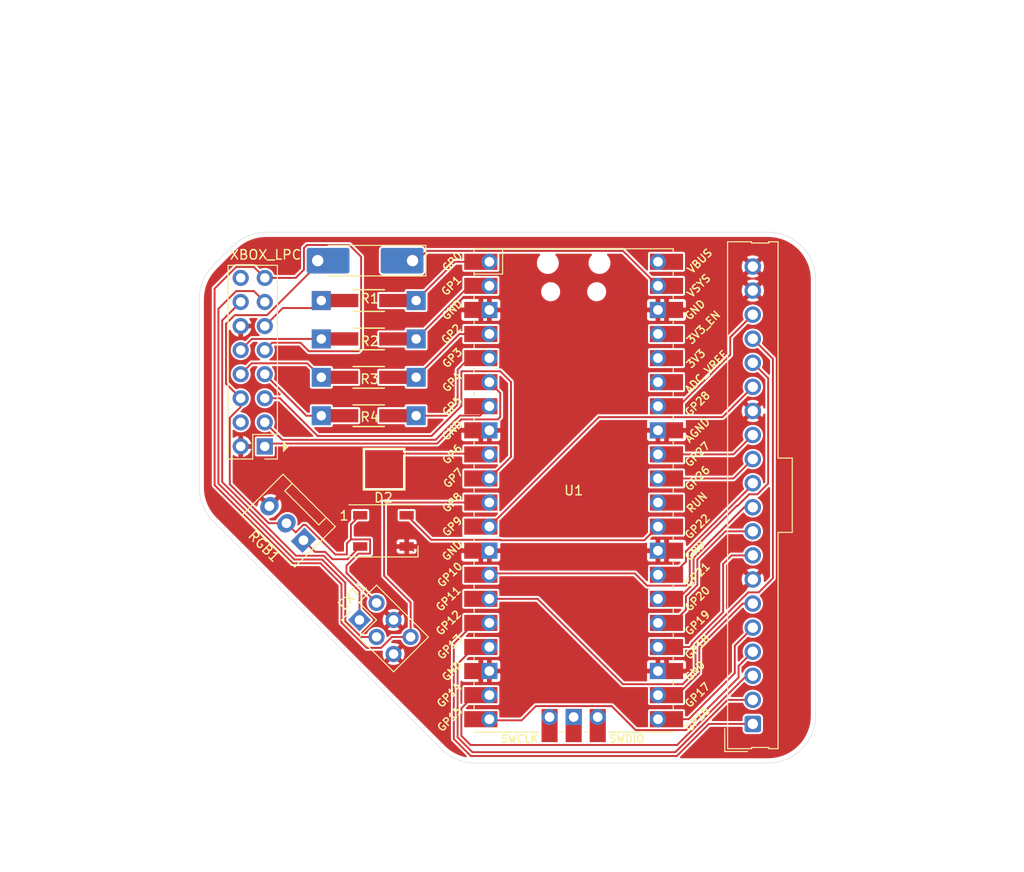
<source format=kicad_pcb>
(kicad_pcb (version 20240108) (generator "pcbnew") (generator_version "8.0")
  (title_block (title "Pico ModXo") (rev "1.0"))
  (layers (0 "F.Cu" signal) (31 "B.Cu" signal) (34 "B.Paste" user) (35 "F.Paste" user) (36 "B.SilkS" user "B.Silkscreen") (37 "F.SilkS" user "F.Silkscreen") (38 "B.Mask" user) (39 "F.Mask" user) (44 "Edge.Cuts" user))
  (net 0 "")
  (net 1 "Net-(D0-Pin_1)")
  (net 2 "LPC_5V")
  (net 3 "RGBDI")
  (net 4 "Net-(D2-DOUT)")
  (net 5 "LSDA")
  (net 6 "+3.3V")
  (net 7 "LSCL")
  (net 8 "GND")
  (net 9 "+5V")
  (net 10 "GPIO11")
  (net 11 "EXT_I2C0_SDA")
  (net 12 "DISPLAY_CONTRAST")
  (net 13 "SD_SPI1_CS")
  (net 14 "UART_TX")
  (net 15 "SD_SPI1_SCK")
  (net 16 "GPIO28")
  (net 17 "EXT_I2C0_SCL")
  (net 18 "Net-(U1-GPIO0)")
  (net 19 "Net-(U1-GPIO1)")
  (net 20 "Net-(U1-GPIO2)")
  (net 21 "Net-(U1-GPIO3)")
  (net 22 "SD_SPI1_MOSI")
  (net 23 "SD_SPI1_MISO")
  (net 24 "DISPLAY_I2C1_SDA")
  (net 25 "GPIO9")
  (net 26 "DISPLAY_BRIGHTNESS")
  (net 27 "GPIO10")
  (net 28 "DISPLAY_I2C1_SCL")
  (net 29 "UART_RX")
  (net 30 "LAD0")
  (net 31 "LAD1")
  (net 32 "LAD2")
  (net 33 "LAD3")
  (net 34 "LRESET")
  (net 35 "LFRAME")
  (net 36 "LCLK")
  (footprint "Diode_SMD:D_MELF-RM10_Universal_Handsoldering" (layer "F.Cu") (at 128.5 39.5 180)
    (property "Reference" "D1" (hide yes))
    (property "Value" "RB551VM-30TE-17" (hide yes))
    (pad "1" thru_hole roundrect (at -5 0 180) (size 4.5 2.7) (drill 1.19888 (offset 1.1 0)) (layers "*.Cu" "*.Mask") (roundrect_rratio 0.0925925926) (net 9 "+5V"))
    (pad "2" thru_hole roundrect (at 5 0) (size 4.5 2.7) (drill 1.19888 (offset 1.1 0)) (layers "*.Cu" "*.Mask") (roundrect_rratio 0.0925925926) (net 2 "LPC_5V"))
  )
  (footprint "TestPoint:TestPoint_Pad_4.0x4.0mm" (layer "F.Cu") (at 130.5 61.5)
    (property "Reference" "D0" (hide yes))
    (property "Value" "D0 (V1.0-V1.5)")
    (pad "1" smd rect (at 0 0) (size 4 4) (layers "F.Cu" "F.Mask") (net 1 "Net-(D0-Pin_1)"))
  )
  (footprint "LED_SMD:LED_WS2812B_PLCC4_5.0x5.0mm_P3.2mm" (layer "F.Cu") (at 130.43 68.01)
    (property "Reference" "D2" (at 0 -3.5 0) (layer "F.SilkS"))
    (property "Value" "WS2812B")
    (fp_text user "1" (at -4.15 -1.6 0) (layer "F.SilkS"))
    (pad "1" smd rect (at -2.45 -1.65) (size 1.5 0.9) (layers "F.Cu" "F.Paste" "F.Mask") (net 2 "LPC_5V"))
    (pad "2" smd rect (at -2.45 1.65) (size 1.5 0.9) (layers "F.Cu" "F.Paste" "F.Mask") (net 4 "Net-(D2-DOUT)"))
    (pad "3" smd rect (at 2.45 1.65) (size 1.5 0.9) (layers "F.Cu" "F.Paste" "F.Mask") (net 8 "GND"))
    (pad "4" smd rect (at 2.45 -1.65) (size 1.5 0.9) (layers "F.Cu" "F.Paste" "F.Mask") (net 3 "RGBDI"))
  )
  (footprint "xbox_lpc:xbox_lpc" (layer "F.Cu") (at 117.88 59.13)
    (property "Reference" "J1" (hide yes))
    (property "Value" "XBOX_LPC" (at 0.12 -20.25 0) (layer "F.SilkS"))
    (pad "1" thru_hole rect (at 0.04 -0.03) (size 1.7 1.7) (drill 1) (layers "*.Cu" "*.Mask") (net 36 "LCLK"))
    (pad "2" thru_hole oval (at -2.5 -0.03) (size 1.7 1.7) (drill 1) (layers "*.Cu" "*.Mask") (net 8 "GND"))
    (pad "3" thru_hole oval (at 0.04 -2.57) (size 1.7 1.7) (drill 1) (layers "*.Cu" "*.Mask") (net 35 "LFRAME"))
    (pad "4" thru_hole oval (at -2.5 -2.57) (size 1.7 1.7) (drill 1) (layers "*.Cu" "*.Mask"))
    (pad "5" thru_hole oval (at 0.04 -5.11) (size 1.7 1.7) (drill 1) (layers "*.Cu" "*.Mask") (net 34 "LRESET"))
    (pad "6" thru_hole oval (at -2.5 -5.11) (size 1.7 1.7) (drill 1) (layers "*.Cu" "*.Mask") (net 2 "LPC_5V"))
    (pad "7" thru_hole oval (at 0.04 -7.65) (size 1.7 1.7) (drill 1) (layers "*.Cu" "*.Mask") (net 33 "LAD3"))
    (pad "8" thru_hole oval (at -2.5 -7.65) (size 1.7 1.7) (drill 1) (layers "*.Cu" "*.Mask") (net 32 "LAD2"))
    (pad "9" thru_hole oval (at 0.04 -10.19) (size 1.7 1.7) (drill 1) (layers "*.Cu" "*.Mask") (net 6 "+3.3V"))
    (pad "10" thru_hole oval (at -2.5 -10.19) (size 1.7 1.7) (drill 1) (layers "*.Cu" "*.Mask") (net 31 "LAD1"))
    (pad "11" thru_hole oval (at 0.04 -12.73) (size 1.7 1.7) (drill 1) (layers "*.Cu" "*.Mask") (net 30 "LAD0"))
    (pad "12" thru_hole oval (at -2.5 -12.73) (size 1.7 1.7) (drill 1) (layers "*.Cu" "*.Mask") (net 8 "GND"))
    (pad "13" thru_hole oval (at 0.04 -15.27) (size 1.7 1.7) (drill 1) (layers "*.Cu" "*.Mask") (net 7 "LSCL"))
    (pad "14" thru_hole oval (at -2.5 -15.27) (size 1.7 1.7) (drill 1) (layers "*.Cu" "*.Mask") (net 5 "LSDA"))
    (pad "15" thru_hole oval (at 0.04 -17.81) (size 1.7 1.7) (drill 1) (layers "*.Cu" "*.Mask") (net 6 "+3.3V"))
    (pad "16" thru_hole oval (at -2.5 -17.81) (size 1.7 1.7) (drill 1) (layers "*.Cu" "*.Mask"))
  )
  (footprint "MCU_RaspberryPi_and_Boards:RPi_Pico_SMD_TH" (layer "F.Cu") (at 150.49 63.75)
    (property "Reference" "U1" (at 0 0 0) (layer "F.SilkS"))
    (property "Value" "Pico")
    (fp_text user "SWCLK" (at -5.7 26.2 0) (layer "F.SilkS") (effects (font (size 0.8 0.8))))
    (fp_text user "GP14" (at -13.1 21.59 45) (layer "F.SilkS") (effects (font (size 0.8 0.8))))
    (fp_text user "GP6" (at -12.8 -3.81 45) (layer "F.SilkS") (effects (font (size 0.8 0.8))))
    (fp_text user "GP13" (at -13.054 16.51 45) (layer "F.SilkS") (effects (font (size 0.8 0.8))))
    (fp_text user "GND" (at 12.8 -19.05 45) (layer "F.SilkS") (effects (font (size 0.8 0.8))))
    (fp_text user "3V3_EN" (at 13.7 -17.2 45) (layer "F.SilkS") (effects (font (size 0.8 0.8))))
    (fp_text user "GP28" (at 13.054 -9.144 45) (layer "F.SilkS") (effects (font (size 0.8 0.8))))
    (fp_text user "GP18" (at 13.054 16.51 45) (layer "F.SilkS") (effects (font (size 0.8 0.8))))
    (fp_text user "GP9" (at -12.8 3.81 45) (layer "F.SilkS") (effects (font (size 0.8 0.8))))
    (fp_text user "GP5" (at -12.8 -8.89 45) (layer "F.SilkS") (effects (font (size 0.8 0.8))))
    (fp_text user "3V3" (at 12.9 -13.9 45) (layer "F.SilkS") (effects (font (size 0.8 0.8))))
    (fp_text user "GP8" (at -12.8 1.27 45) (layer "F.SilkS") (effects (font (size 0.8 0.8))))
    (fp_text user "SWDIO" (at 5.6 26.2 0) (layer "F.SilkS") (effects (font (size 0.8 0.8))))
    (fp_text user "GP3" (at -12.8 -13.97 45) (layer "F.SilkS") (effects (font (size 0.8 0.8))))
    (fp_text user "GP17" (at 13.054 21.59 45) (layer "F.SilkS") (effects (font (size 0.8 0.8))))
    (fp_text user "GND" (at -12.8 6.35 45) (layer "F.SilkS") (effects (font (size 0.8 0.8))))
    (fp_text user "GP10" (at -13.054 8.89 45) (layer "F.SilkS") (effects (font (size 0.8 0.8))))
    (fp_text user "VBUS" (at 13.3 -24.2 45) (layer "F.SilkS") (effects (font (size 0.8 0.8))))
    (fp_text user "GP20" (at 13.054 11.43 45) (layer "F.SilkS") (effects (font (size 0.8 0.8))))
    (fp_text user "AGND" (at 13.054 -6.35 45) (layer "F.SilkS") (effects (font (size 0.8 0.8))))
    (fp_text user "GP11" (at -13.2 11.43 45) (layer "F.SilkS") (effects (font (size 0.8 0.8))))
    (fp_text user "VSYS" (at 13.2 -21.59 45) (layer "F.SilkS") (effects (font (size 0.8 0.8))))
    (fp_text user "GP26" (at 13.054 -1.27 45) (layer "F.SilkS") (effects (font (size 0.8 0.8))))
    (fp_text user "RUN" (at 13 1.27 45) (layer "F.SilkS") (effects (font (size 0.8 0.8))))
    (fp_text user "GP27" (at 13.054 -3.8 45) (layer "F.SilkS") (effects (font (size 0.8 0.8))))
    (fp_text user "GP19" (at 13.054 13.97 45) (layer "F.SilkS") (effects (font (size 0.8 0.8))))
    (fp_text user "GP2" (at -12.9 -16.51 45) (layer "F.SilkS") (effects (font (size 0.8 0.8))))
    (fp_text user "GP4" (at -12.8 -11.43 45) (layer "F.SilkS") (effects (font (size 0.8 0.8))))
    (fp_text user "ADC_VREF" (at 14 -12.5 45) (layer "F.SilkS") (effects (font (size 0.8 0.8))))
    (fp_text user "GP16" (at 13.054 24.13 45) (layer "F.SilkS") (effects (font (size 0.8 0.8))))
    (fp_text user "GP7" (at -12.7 -1.3 45) (layer "F.SilkS") (effects (font (size 0.8 0.8))))
    (fp_text user "GP1" (at -12.9 -21.6 45) (layer "F.SilkS") (effects (font (size 0.8 0.8))))
    (fp_text user "GND" (at 12.8 6.35 45) (layer "F.SilkS") (effects (font (size 0.8 0.8))))
    (fp_text user "GND" (at -12.8 -19.05 45) (layer "F.SilkS") (effects (font (size 0.8 0.8))))
    (fp_text user "GND" (at -12.8 19.05 45) (layer "F.SilkS") (effects (font (size 0.8 0.8))))
    (fp_text user "GND" (at 12.8 19.05 45) (layer "F.SilkS") (effects (font (size 0.8 0.8))))
    (fp_text user "GP0" (at -12.8 -24.13 45) (layer "F.SilkS") (effects (font (size 0.8 0.8))))
    (fp_text user "GP15" (at -13.054 24.13 45) (layer "F.SilkS") (effects (font (size 0.8 0.8))))
    (fp_text user "GND" (at -12.8 -6.35 45) (layer "F.SilkS") (effects (font (size 0.8 0.8))))
    (fp_text user "GP21" (at 13.054 8.9 45) (layer "F.SilkS") (effects (font (size 0.8 0.8))))
    (fp_text user "GP22" (at 13.054 3.81 45) (layer "F.SilkS") (effects (font (size 0.8 0.8))))
    (pad "" np_thru_hole oval (at -2.725 -24) (size 1.8 1.8) (drill 1.8) (layers "*.Cu" "*.Mask"))
    (pad "" np_thru_hole oval (at -2.425 -20.97) (size 1.5 1.5) (drill 1.5) (layers "*.Cu" "*.Mask"))
    (pad "" np_thru_hole oval (at 2.425 -20.97) (size 1.5 1.5) (drill 1.5) (layers "*.Cu" "*.Mask"))
    (pad "" np_thru_hole oval (at 2.725 -24) (size 1.8 1.8) (drill 1.8) (layers "*.Cu" "*.Mask"))
    (pad "1" thru_hole oval (at -8.89 -24.13) (size 1.7 1.7) (drill 1.02) (layers "*.Cu" "*.Mask") (net 18 "Net-(U1-GPIO0)"))
    (pad "1" smd rect (at -8.89 -24.13) (size 3.5 1.7) (drill (offset -0.9 0)) (layers "F.Cu" "F.Mask") (net 18 "Net-(U1-GPIO0)"))
    (pad "2" thru_hole oval (at -8.89 -21.59) (size 1.7 1.7) (drill 1.02) (layers "*.Cu" "*.Mask") (net 19 "Net-(U1-GPIO1)"))
    (pad "2" smd rect (at -8.89 -21.59) (size 3.5 1.7) (drill (offset -0.9 0)) (layers "F.Cu" "F.Mask") (net 19 "Net-(U1-GPIO1)"))
    (pad "3" thru_hole rect (at -8.89 -19.05) (size 1.7 1.7) (drill 1.02) (layers "*.Cu" "*.Mask") (net 8 "GND"))
    (pad "3" smd rect (at -8.89 -19.05) (size 3.5 1.7) (drill (offset -0.9 0)) (layers "F.Cu" "F.Mask") (net 8 "GND"))
    (pad "4" thru_hole oval (at -8.89 -16.51) (size 1.7 1.7) (drill 1.02) (layers "*.Cu" "*.Mask") (net 20 "Net-(U1-GPIO2)"))
    (pad "4" smd rect (at -8.89 -16.51) (size 3.5 1.7) (drill (offset -0.9 0)) (layers "F.Cu" "F.Mask") (net 20 "Net-(U1-GPIO2)"))
    (pad "5" thru_hole oval (at -8.89 -13.97) (size 1.7 1.7) (drill 1.02) (layers "*.Cu" "*.Mask") (net 21 "Net-(U1-GPIO3)"))
    (pad "5" smd rect (at -8.89 -13.97) (size 3.5 1.7) (drill (offset -0.9 0)) (layers "F.Cu" "F.Mask") (net 21 "Net-(U1-GPIO3)"))
    (pad "6" thru_hole oval (at -8.89 -11.43) (size 1.7 1.7) (drill 1.02) (layers "*.Cu" "*.Mask") (net 36 "LCLK"))
    (pad "6" smd rect (at -8.89 -11.43) (size 3.5 1.7) (drill (offset -0.9 0)) (layers "F.Cu" "F.Mask") (net 36 "LCLK"))
    (pad "7" thru_hole oval (at -8.89 -8.89) (size 1.7 1.7) (drill 1.02) (layers "*.Cu" "*.Mask") (net 35 "LFRAME"))
    (pad "7" smd rect (at -8.89 -8.89) (size 3.5 1.7) (drill (offset -0.9 0)) (layers "F.Cu" "F.Mask") (net 35 "LFRAME"))
    (pad "8" thru_hole rect (at -8.89 -6.35) (size 1.7 1.7) (drill 1.02) (layers "*.Cu" "*.Mask") (net 8 "GND"))
    (pad "8" smd rect (at -8.89 -6.35) (size 3.5 1.7) (drill (offset -0.9 0)) (layers "F.Cu" "F.Mask") (net 8 "GND"))
    (pad "9" thru_hole oval (at -8.89 -3.81) (size 1.7 1.7) (drill 1.02) (layers "*.Cu" "*.Mask") (net 1 "Net-(D0-Pin_1)"))
    (pad "9" smd rect (at -8.89 -3.81) (size 3.5 1.7) (drill (offset -0.9 0)) (layers "F.Cu" "F.Mask") (net 1 "Net-(D0-Pin_1)"))
    (pad "10" thru_hole oval (at -8.89 -1.27) (size 1.7 1.7) (drill 1.02) (layers "*.Cu" "*.Mask") (net 34 "LRESET"))
    (pad "10" smd rect (at -8.89 -1.27) (size 3.5 1.7) (drill (offset -0.9 0)) (layers "F.Cu" "F.Mask") (net 34 "LRESET"))
    (pad "11" thru_hole oval (at -8.89 1.27) (size 1.7 1.7) (drill 1.02) (layers "*.Cu" "*.Mask") (net 6 "+3.3V"))
    (pad "11" smd rect (at -8.89 1.27) (size 3.5 1.7) (drill (offset -0.9 0)) (layers "F.Cu" "F.Mask") (net 6 "+3.3V"))
    (pad "12" thru_hole oval (at -8.89 3.81) (size 1.7 1.7) (drill 1.02) (layers "*.Cu" "*.Mask") (net 25 "GPIO9"))
    (pad "12" smd rect (at -8.89 3.81) (size 3.5 1.7) (drill (offset -0.9 0)) (layers "F.Cu" "F.Mask") (net 25 "GPIO9"))
    (pad "13" thru_hole rect (at -8.89 6.35) (size 1.7 1.7) (drill 1.02) (layers "*.Cu" "*.Mask") (net 8 "GND"))
    (pad "13" smd rect (at -8.89 6.35) (size 3.5 1.7) (drill (offset -0.9 0)) (layers "F.Cu" "F.Mask") (net 8 "GND"))
    (pad "14" thru_hole oval (at -8.89 8.89) (size 1.7 1.7) (drill 1.02) (layers "*.Cu" "*.Mask") (net 27 "GPIO10"))
    (pad "14" smd rect (at -8.89 8.89) (size 3.5 1.7) (drill (offset -0.9 0)) (layers "F.Cu" "F.Mask") (net 27 "GPIO10"))
    (pad "15" thru_hole oval (at -8.89 11.43) (size 1.7 1.7) (drill 1.02) (layers "*.Cu" "*.Mask") (net 10 "GPIO11"))
    (pad "15" smd rect (at -8.89 11.43) (size 3.5 1.7) (drill (offset -0.9 0)) (layers "F.Cu" "F.Mask") (net 10 "GPIO11"))
    (pad "16" thru_hole oval (at -8.89 13.97) (size 1.7 1.7) (drill 1.02) (layers "*.Cu" "*.Mask") (net 23 "SD_SPI1_MISO"))
    (pad "16" smd rect (at -8.89 13.97) (size 3.5 1.7) (drill (offset -0.9 0)) (layers "F.Cu" "F.Mask") (net 23 "SD_SPI1_MISO"))
    (pad "17" thru_hole oval (at -8.89 16.51) (size 1.7 1.7) (drill 1.02) (layers "*.Cu" "*.Mask") (net 13 "SD_SPI1_CS"))
    (pad "17" smd rect (at -8.89 16.51) (size 3.5 1.7) (drill (offset -0.9 0)) (layers "F.Cu" "F.Mask") (net 13 "SD_SPI1_CS"))
    (pad "18" thru_hole rect (at -8.89 19.05) (size 1.7 1.7) (drill 1.02) (layers "*.Cu" "*.Mask") (net 8 "GND"))
    (pad "18" smd rect (at -8.89 19.05) (size 3.5 1.7) (drill (offset -0.9 0)) (layers "F.Cu" "F.Mask") (net 8 "GND"))
    (pad "19" thru_hole oval (at -8.89 21.59) (size 1.7 1.7) (drill 1.02) (layers "*.Cu" "*.Mask") (net 15 "SD_SPI1_SCK"))
    (pad "19" smd rect (at -8.89 21.59) (size 3.5 1.7) (drill (offset -0.9 0)) (layers "F.Cu" "F.Mask") (net 15 "SD_SPI1_SCK"))
    (pad "20" thru_hole oval (at -8.89 24.13) (size 1.7 1.7) (drill 1.02) (layers "*.Cu" "*.Mask") (net 22 "SD_SPI1_MOSI"))
    (pad "20" smd rect (at -8.89 24.13) (size 3.5 1.7) (drill (offset -0.9 0)) (layers "F.Cu" "F.Mask") (net 22 "SD_SPI1_MOSI"))
    (pad "21" thru_hole oval (at 8.89 24.13) (size 1.7 1.7) (drill 1.02) (layers "*.Cu" "*.Mask") (net 14 "UART_TX"))
    (pad "21" smd rect (at 8.89 24.13) (size 3.5 1.7) (drill (offset 0.9 0)) (layers "F.Cu" "F.Mask") (net 14 "UART_TX"))
    (pad "22" thru_hole oval (at 8.89 21.59) (size 1.7 1.7) (drill 1.02) (layers "*.Cu" "*.Mask") (net 29 "UART_RX"))
    (pad "22" smd rect (at 8.89 21.59) (size 3.5 1.7) (drill (offset 0.9 0)) (layers "F.Cu" "F.Mask") (net 29 "UART_RX"))
    (pad "23" thru_hole rect (at 8.89 19.05) (size 1.7 1.7) (drill 1.02) (layers "*.Cu" "*.Mask") (net 8 "GND"))
    (pad "23" smd rect (at 8.89 19.05) (size 3.5 1.7) (drill (offset 0.9 0)) (layers "F.Cu" "F.Mask") (net 8 "GND"))
    (pad "24" thru_hole oval (at 8.89 16.51) (size 1.7 1.7) (drill 1.02) (layers "*.Cu" "*.Mask") (net 24 "DISPLAY_I2C1_SDA"))
    (pad "24" smd rect (at 8.89 16.51) (size 3.5 1.7) (drill (offset 0.9 0)) (layers "F.Cu" "F.Mask") (net 24 "DISPLAY_I2C1_SDA"))
    (pad "25" thru_hole oval (at 8.89 13.97) (size 1.7 1.7) (drill 1.02) (layers "*.Cu" "*.Mask") (net 28 "DISPLAY_I2C1_SCL"))
    (pad "25" smd rect (at 8.89 13.97) (size 3.5 1.7) (drill (offset 0.9 0)) (layers "F.Cu" "F.Mask") (net 28 "DISPLAY_I2C1_SCL"))
    (pad "26" thru_hole oval (at 8.89 11.43) (size 1.7 1.7) (drill 1.02) (layers "*.Cu" "*.Mask") (net 11 "EXT_I2C0_SDA"))
    (pad "26" smd rect (at 8.89 11.43) (size 3.5 1.7) (drill (offset 0.9 0)) (layers "F.Cu" "F.Mask") (net 11 "EXT_I2C0_SDA"))
    (pad "27" thru_hole oval (at 8.89 8.89) (size 1.7 1.7) (drill 1.02) (layers "*.Cu" "*.Mask") (net 17 "EXT_I2C0_SCL"))
    (pad "27" smd rect (at 8.89 8.89) (size 3.5 1.7) (drill (offset 0.9 0)) (layers "F.Cu" "F.Mask") (net 17 "EXT_I2C0_SCL"))
    (pad "28" thru_hole rect (at 8.89 6.35) (size 1.7 1.7) (drill 1.02) (layers "*.Cu" "*.Mask") (net 8 "GND"))
    (pad "28" smd rect (at 8.89 6.35) (size 3.5 1.7) (drill (offset 0.9 0)) (layers "F.Cu" "F.Mask") (net 8 "GND"))
    (pad "29" thru_hole oval (at 8.89 3.81) (size 1.7 1.7) (drill 1.02) (layers "*.Cu" "*.Mask") (net 3 "RGBDI"))
    (pad "29" smd rect (at 8.89 3.81) (size 3.5 1.7) (drill (offset 0.9 0)) (layers "F.Cu" "F.Mask") (net 3 "RGBDI"))
    (pad "30" thru_hole oval (at 8.89 1.27) (size 1.7 1.7) (drill 1.02) (layers "*.Cu" "*.Mask"))
    (pad "30" smd rect (at 8.89 1.27) (size 3.5 1.7) (drill (offset 0.9 0)) (layers "F.Cu" "F.Mask"))
    (pad "31" thru_hole oval (at 8.89 -1.27) (size 1.7 1.7) (drill 1.02) (layers "*.Cu" "*.Mask") (net 26 "DISPLAY_BRIGHTNESS"))
    (pad "31" smd rect (at 8.89 -1.27) (size 3.5 1.7) (drill (offset 0.9 0)) (layers "F.Cu" "F.Mask") (net 26 "DISPLAY_BRIGHTNESS"))
    (pad "32" thru_hole oval (at 8.89 -3.81) (size 1.7 1.7) (drill 1.02) (layers "*.Cu" "*.Mask") (net 12 "DISPLAY_CONTRAST"))
    (pad "32" smd rect (at 8.89 -3.81) (size 3.5 1.7) (drill (offset 0.9 0)) (layers "F.Cu" "F.Mask") (net 12 "DISPLAY_CONTRAST"))
    (pad "33" thru_hole rect (at 8.89 -6.35) (size 1.7 1.7) (drill 1.02) (layers "*.Cu" "*.Mask") (net 8 "GND"))
    (pad "33" smd rect (at 8.89 -6.35) (size 3.5 1.7) (drill (offset 0.9 0)) (layers "F.Cu" "F.Mask") (net 8 "GND"))
    (pad "34" thru_hole oval (at 8.89 -8.89) (size 1.7 1.7) (drill 1.02) (layers "*.Cu" "*.Mask") (net 16 "GPIO28"))
    (pad "34" smd rect (at 8.89 -8.89) (size 3.5 1.7) (drill (offset 0.9 0)) (layers "F.Cu" "F.Mask") (net 16 "GPIO28"))
    (pad "35" thru_hole oval (at 8.89 -11.43) (size 1.7 1.7) (drill 1.02) (layers "*.Cu" "*.Mask"))
    (pad "35" smd rect (at 8.89 -11.43) (size 3.5 1.7) (drill (offset 0.9 0)) (layers "F.Cu" "F.Mask"))
    (pad "36" thru_hole oval (at 8.89 -13.97) (size 1.7 1.7) (drill 1.02) (layers "*.Cu" "*.Mask"))
    (pad "36" smd rect (at 8.89 -13.97) (size 3.5 1.7) (drill (offset 0.9 0)) (layers "F.Cu" "F.Mask"))
    (pad "37" thru_hole oval (at 8.89 -16.51) (size 1.7 1.7) (drill 1.02) (layers "*.Cu" "*.Mask"))
    (pad "37" smd rect (at 8.89 -16.51) (size 3.5 1.7) (drill (offset 0.9 0)) (layers "F.Cu" "F.Mask"))
    (pad "38" thru_hole rect (at 8.89 -19.05) (size 1.7 1.7) (drill 1.02) (layers "*.Cu" "*.Mask") (net 8 "GND"))
    (pad "38" smd rect (at 8.89 -19.05) (size 3.5 1.7) (drill (offset 0.9 0)) (layers "F.Cu" "F.Mask") (net 8 "GND"))
    (pad "39" thru_hole oval (at 8.89 -21.59) (size 1.7 1.7) (drill 1.02) (layers "*.Cu" "*.Mask") (net 9 "+5V"))
    (pad "39" smd rect (at 8.89 -21.59) (size 3.5 1.7) (drill (offset 0.9 0)) (layers "F.Cu" "F.Mask") (net 9 "+5V"))
    (pad "40" thru_hole oval (at 8.89 -24.13) (size 1.7 1.7) (drill 1.02) (layers "*.Cu" "*.Mask"))
    (pad "40" smd rect (at 8.89 -24.13) (size 3.5 1.7) (drill (offset 0.9 0)) (layers "F.Cu" "F.Mask"))
    (pad "41" thru_hole oval (at -2.54 23.9) (size 1.7 1.7) (drill 1.02) (layers "*.Cu" "*.Mask"))
    (pad "41" smd rect (at -2.54 23.9 90) (size 3.5 1.7) (drill (offset -0.9 0)) (layers "F.Cu" "F.Mask"))
    (pad "42" thru_hole rect (at 0 23.9) (size 1.7 1.7) (drill 1.02) (layers "*.Cu" "*.Mask"))
    (pad "42" smd rect (at 0 23.9 90) (size 3.5 1.7) (drill (offset -0.9 0)) (layers "F.Cu" "F.Mask"))
    (pad "43" thru_hole oval (at 2.54 23.9) (size 1.7 1.7) (drill 1.02) (layers "*.Cu" "*.Mask"))
    (pad "43" smd rect (at 2.54 23.9 90) (size 3.5 1.7) (drill (offset -0.9 0)) (layers "F.Cu" "F.Mask"))
  )
  (footprint "Resistors_Universal:Resistor_SMD+THTuniversal_1206_RM10_HandSoldering" (layer "F.Cu") (at 128.88 43.71)
    (property "Reference" "R1" (at 0.09906 -0.21 0) (layer "F.SilkS"))
    (property "Value" "100Ω" (hide yes))
    (pad "1" thru_hole rect (at -5.00126 0) (size 1.99898 1.99898) (drill 1.00076) (layers "*.Cu" "*.Mask") (net 30 "LAD0"))
    (pad "1" smd rect (at -2.60096 0) (size 2.99974 1.39954) (layers "F.Cu" "F.Paste" "F.Mask") (net 30 "LAD0"))
    (pad "2" smd rect (at 2.60096 0) (size 2.99974 1.39954) (layers "F.Cu" "F.Paste" "F.Mask") (net 18 "Net-(U1-GPIO0)"))
    (pad "2" thru_hole rect (at 5.00126 0) (size 1.99898 1.99898) (drill 1.00076) (layers "*.Cu" "*.Mask") (net 18 "Net-(U1-GPIO0)"))
  )
  (footprint "Connector_Molex:Molex_SL_171971-0020_1x20_P2.54mm_Vertical" (layer "F.Cu") (at 169.38 88.38 90)
    (property "Reference" "J2" (hide yes))
    (property "Value" "H2" (hide yes))
    (pad "1" thru_hole roundrect (at 0 0 90) (size 1.74 1.74) (drill 1.09) (layers "*.Cu" "*.Mask") (roundrect_rratio 0.143678) (net 23 "SD_SPI1_MISO"))
    (pad "2" thru_hole circle (at 2.54 0 90) (size 1.74 1.74) (drill 1.09) (layers "*.Cu" "*.Mask") (net 13 "SD_SPI1_CS"))
    (pad "3" thru_hole circle (at 5.08 0 90) (size 1.74 1.74) (drill 1.09) (layers "*.Cu" "*.Mask") (net 15 "SD_SPI1_SCK"))
    (pad "4" thru_hole circle (at 7.62 0 90) (size 1.74 1.74) (drill 1.09) (layers "*.Cu" "*.Mask") (net 22 "SD_SPI1_MOSI"))
    (pad "5" thru_hole circle (at 10.16 0 90) (size 1.74 1.74) (drill 1.09) (layers "*.Cu" "*.Mask") (net 14 "UART_TX"))
    (pad "6" thru_hole circle (at 12.7 0 90) (size 1.74 1.74) (drill 1.09) (layers "*.Cu" "*.Mask") (net 29 "UART_RX"))
    (pad "7" thru_hole circle (at 15.24 0 90) (size 1.74 1.74) (drill 1.09) (layers "*.Cu" "*.Mask") (net 8 "GND"))
    (pad "8" thru_hole circle (at 17.78 0 90) (size 1.74 1.74) (drill 1.09) (layers "*.Cu" "*.Mask") (net 24 "DISPLAY_I2C1_SDA"))
    (pad "9" thru_hole circle (at 20.32 0 90) (size 1.74 1.74) (drill 1.09) (layers "*.Cu" "*.Mask") (net 28 "DISPLAY_I2C1_SCL"))
    (pad "10" thru_hole circle (at 22.86 0 90) (size 1.74 1.74) (drill 1.09) (layers "*.Cu" "*.Mask") (net 11 "EXT_I2C0_SDA"))
    (pad "11" thru_hole circle (at 25.4 0 90) (size 1.74 1.74) (drill 1.09) (layers "*.Cu" "*.Mask") (net 17 "EXT_I2C0_SCL"))
    (pad "12" thru_hole circle (at 27.94 0 90) (size 1.74 1.74) (drill 1.09) (layers "*.Cu" "*.Mask") (net 26 "DISPLAY_BRIGHTNESS"))
    (pad "13" thru_hole circle (at 30.48 0 90) (size 1.74 1.74) (drill 1.09) (layers "*.Cu" "*.Mask") (net 12 "DISPLAY_CONTRAST"))
    (pad "14" thru_hole circle (at 33.02 0 90) (size 1.74 1.74) (drill 1.09) (layers "*.Cu" "*.Mask") (net 8 "GND"))
    (pad "15" thru_hole circle (at 35.56 0 90) (size 1.74 1.74) (drill 1.09) (layers "*.Cu" "*.Mask") (net 25 "GPIO9"))
    (pad "16" thru_hole circle (at 38.1 0 90) (size 1.74 1.74) (drill 1.09) (layers "*.Cu" "*.Mask") (net 27 "GPIO10"))
    (pad "17" thru_hole circle (at 40.64 0 90) (size 1.74 1.74) (drill 1.09) (layers "*.Cu" "*.Mask") (net 10 "GPIO11"))
    (pad "18" thru_hole circle (at 43.18 0 90) (size 1.74 1.74) (drill 1.09) (layers "*.Cu" "*.Mask") (net 16 "GPIO28"))
    (pad "19" thru_hole circle (at 45.72 0 90) (size 1.74 1.74) (drill 1.09) (layers "*.Cu" "*.Mask") (net 8 "GND"))
    (pad "20" thru_hole circle (at 48.26 0 90) (size 1.74 1.74) (drill 1.09) (layers "*.Cu" "*.Mask") (net 8 "GND"))
  )
  (footprint "Connector:FanPinHeader_1x03_P2.54mm_Vertical" (layer "F.Cu") (at 122 69 135)
    (property "Reference" "RGB1" (at 2.5 -3.4 135) (layer "F.SilkS"))
    (property "Value" "RGB1")
    (pad "1" thru_hole rect (at 0 0 225) (size 2.03 1.73) (drill 1.02) (layers "*.Cu" "*.Mask") (net 4 "Net-(D2-DOUT)"))
    (pad "2" thru_hole oval (at 2.54 0 225) (size 2.03 1.73) (drill 1.02) (layers "*.Cu" "*.Mask") (net 2 "LPC_5V"))
    (pad "3" thru_hole oval (at 5.079999 0 225) (size 2.03 1.73) (drill 1.02) (layers "*.Cu" "*.Mask") (net 8 "GND"))
  )
  (footprint "Resistors_Universal:Resistor_SMD+THTuniversal_1206_RM10_HandSoldering" (layer "F.Cu") (at 128.88 51.81)
    (property "Reference" "R3" (at 0.09906 0.19 0) (layer "F.SilkS"))
    (property "Value" "100Ω" (hide yes))
    (pad "1" thru_hole rect (at -5.00126 0) (size 1.99898 1.99898) (drill 1.00076) (layers "*.Cu" "*.Mask") (net 32 "LAD2"))
    (pad "1" smd rect (at -2.60096 0) (size 2.99974 1.39954) (layers "F.Cu" "F.Paste" "F.Mask") (net 32 "LAD2"))
    (pad "2" smd rect (at 2.60096 0) (size 2.99974 1.39954) (layers "F.Cu" "F.Paste" "F.Mask") (net 20 "Net-(U1-GPIO2)"))
    (pad "2" thru_hole rect (at 5.00126 0) (size 1.99898 1.99898) (drill 1.00076) (layers "*.Cu" "*.Mask") (net 20 "Net-(U1-GPIO2)"))
  )
  (footprint "Resistors_Universal:Resistor_SMD+THTuniversal_1206_RM10_HandSoldering" (layer "F.Cu") (at 128.88 47.76)
    (property "Reference" "R2" (at 0.09906 0.24 0) (layer "F.SilkS"))
    (property "Value" "100Ω" (hide yes))
    (pad "1" thru_hole rect (at -5.00126 0) (size 1.99898 1.99898) (drill 1.00076) (layers "*.Cu" "*.Mask") (net 31 "LAD1"))
    (pad "1" smd rect (at -2.60096 0) (size 2.99974 1.39954) (layers "F.Cu" "F.Paste" "F.Mask") (net 31 "LAD1"))
    (pad "2" smd rect (at 2.60096 0) (size 2.99974 1.39954) (layers "F.Cu" "F.Paste" "F.Mask") (net 19 "Net-(U1-GPIO1)"))
    (pad "2" thru_hole rect (at 5.00126 0) (size 1.99898 1.99898) (drill 1.00076) (layers "*.Cu" "*.Mask") (net 19 "Net-(U1-GPIO1)"))
  )
  (footprint "Connector_PinHeader_2.54mm:PinHeader_2x03_P2.54mm_Vertical" (layer "F.Cu") (at 127.907898 77.407898 45)
    (property "Reference" "EXT1" (at 1.27 -2.33 45) (layer "F.SilkS"))
    (property "Value" "Conn_02x03_Odd_Even" (hide yes))
    (pad "1" thru_hole rect (at 0 0 45) (size 1.7 1.7) (drill 1) (layers "*.Cu" "*.Mask") (net 5 "LSDA"))
    (pad "2" thru_hole oval (at 2.54 0 45) (size 1.7 1.7) (drill 1) (layers "*.Cu" "*.Mask") (net 2 "LPC_5V"))
    (pad "3" thru_hole oval (at 0 2.54 45) (size 1.7 1.7) (drill 1) (layers "*.Cu" "*.Mask") (net 7 "LSCL"))
    (pad "4" thru_hole oval (at 2.54 2.54 45) (size 1.7 1.7) (drill 1) (layers "*.Cu" "*.Mask") (net 8 "GND"))
    (pad "5" thru_hole oval (at 0 5.079999 45) (size 1.7 1.7) (drill 1) (layers "*.Cu" "*.Mask") (net 8 "GND"))
    (pad "6" thru_hole oval (at 2.54 5.08 45) (size 1.7 1.7) (drill 1) (layers "*.Cu" "*.Mask") (net 6 "+3.3V"))
  )
  (footprint "Resistors_Universal:Resistor_SMD+THTuniversal_1206_RM10_HandSoldering" (layer "F.Cu") (at 128.88 55.86)
    (property "Reference" "R4" (at 0.09906 0.14 0) (layer "F.SilkS"))
    (property "Value" "100Ω" (hide yes))
    (pad "1" thru_hole rect (at -5.00126 0) (size 1.99898 1.99898) (drill 1.00076) (layers "*.Cu" "*.Mask") (net 33 "LAD3"))
    (pad "1" smd rect (at -2.60096 0) (size 2.99974 1.39954) (layers "F.Cu" "F.Paste" "F.Mask") (net 33 "LAD3"))
    (pad "2" smd rect (at 2.60096 0) (size 2.99974 1.39954) (layers "F.Cu" "F.Paste" "F.Mask") (net 21 "Net-(U1-GPIO3)"))
    (pad "2" thru_hole rect (at 5.00126 0) (size 1.99898 1.99898) (drill 1.00076) (layers "*.Cu" "*.Mask") (net 21 "Net-(U1-GPIO3)"))
  )
  (gr_line (start 111 43.571068) (end 111 63.428932) (stroke (width 0.05)) (layer "Edge.Cuts"))
  (gr_line (start 176 87.5) (end 176 41.5) (stroke (width 0.05)) (layer "Edge.Cuts"))
  (gr_line (start 114.535534 37.964466) (end 112.464466 40.035534) (stroke (width 0.05)) (layer "Edge.Cuts"))
  (gr_line (start 171 36.5) (end 118.071068 36.5) (stroke (width 0.05)) (layer "Edge.Cuts"))
  (gr_line (start 112.464466 66.964466) (end 136.535534 91.035534) (stroke (width 0.05)) (layer "Edge.Cuts"))
  (gr_arc (start 114.535534 37.964466) (mid 116.157649 36.880592) (end 118.071068 36.5) (stroke (width 0.05)) (layer "Edge.Cuts"))
  (gr_arc (start 171 36.5) (mid 174.535534 37.964466) (end 176 41.5) (stroke (width 0.05)) (layer "Edge.Cuts"))
  (gr_arc (start 176 87.5) (mid 174.535534 91.035534) (end 171 92.5) (stroke (width 0.05)) (layer "Edge.Cuts"))
  (gr_arc (start 112.464466 66.964466) (mid 111.380602 65.342349) (end 111 63.428932) (stroke (width 0.05)) (layer "Edge.Cuts"))
  (gr_line (start 140.071068 92.5) (end 171 92.5) (stroke (width 0.05)) (layer "Edge.Cuts"))
  (gr_arc (start 111 43.571068) (mid 111.380613 41.657658) (end 112.464466 40.035534) (stroke (width 0.05)) (layer "Edge.Cuts"))
  (gr_arc (start 140.071068 92.5) (mid 138.157658 92.119387) (end 136.535534 91.035534) (stroke (width 0.05)) (layer "Edge.Cuts"))
  (gr_text "GP12" (at 137.29 77.72 45) (layer "F.SilkS") (effects (font (size 0.8 0.8))))
  (segment (start 129.88 59.86) (end 141.52 59.86) (width 0.2) (layer "F.Cu") (net 1))
  (segment (start 141.52 59.86) (end 141.6 59.94) (width 0.2) (layer "F.Cu") (net 1))
  (segment (start 121.17622 68.17622) (end 121.981801 67.370639) (width 0.2) (layer "F.Cu") (net 2))
  (segment (start 129.703949 75.611847) (end 126.592102 72.5) (width 0.2) (layer "F.Cu") (net 2))
  (segment (start 123.5 39.5) (end 123.5 39.906346) (width 0.2) (layer "F.Cu") (net 2))
  (segment (start 127 67.34) (end 127.98 66.36) (width 0.2) (layer "F.Cu") (net 2))
  (segment (start 122.230331 67.370639) (end 125.359692 70.5) (width 0.2) (layer "F.Cu") (net 2))
  (segment (start 125.359692 70.5) (end 126.574314 70.5) (width 0.2) (layer "F.Cu") (net 2))
  (segment (start 118.344259 67.203949) (end 120.203949 67.203949) (width 0.2) (layer "F.Cu") (net 2))
  (segment (start 115.38 54.02) (end 115.38 54.933654) (width 0.2) (layer "F.Cu") (net 2))
  (segment (start 123.5 39.906346) (end 118.156346 45.25) (width 0.2) (layer "F.Cu") (net 2))
  (segment (start 129.03 70.41) (end 129.03 68.91) (width 0.2) (layer "F.Cu") (net 2))
  (segment (start 114.75 45.25) (end 113.83 46.17) (width 0.2) (layer "F.Cu") (net 2))
  (segment (start 113.83 46.17) (end 113.83 52.47) (width 0.2) (layer "F.Cu") (net 2))
  (segment (start 126.592102 72.5) (end 126.565686 72.5) (width 0.2) (layer "F.Cu") (net 2))
  (segment (start 120.203949 67.203949) (end 121.17622 68.17622) (width 0.2) (layer "F.Cu") (net 2))
  (segment (start 126.532843 71.672843) (end 127.795686 70.41) (width 0.2) (layer "F.Cu") (net 2))
  (segment (start 121.981801 67.370639) (end 122.230331 67.370639) (width 0.2) (layer "F.Cu") (net 2))
  (segment (start 115.38 54.933654) (end 114.23 56.083654) (width 0.2) (layer "F.Cu") (net 2))
  (segment (start 126.574314 69.335686) (end 127 68.91) (width 0.2) (layer "F.Cu") (net 2))
  (segment (start 126.565686 72.5) (end 126.532843 72.467157) (width 0.2) (layer "F.Cu") (net 2))
  (segment (start 127 68.91) (end 127 67.34) (width 0.2) (layer "F.Cu") (net 2))
  (segment (start 114.23 56.083654) (end 114.23 63.08969) (width 0.2) (layer "F.Cu") (net 2))
  (segment (start 114.23 63.08969) (end 118.344259 67.203949) (width 0.2) (layer "F.Cu") (net 2))
  (segment (start 129.03 68.91) (end 127 68.91) (width 0.2) (layer "F.Cu") (net 2))
  (segment (start 113.83 52.47) (end 115.38 54.02) (width 0.2) (layer "F.Cu") (net 2))
  (segment (start 118.156346 45.25) (end 114.75 45.25) (width 0.2) (layer "F.Cu") (net 2))
  (segment (start 126.532843 72.467157) (end 126.532843 71.672843) (width 0.2) (layer "F.Cu") (net 2))
  (segment (start 127.795686 70.41) (end 129.03 70.41) (width 0.2) (layer "F.Cu") (net 2))
  (segment (start 126.574314 70.5) (end 126.574314 69.335686) (width 0.2) (layer "F.Cu") (net 2))
  (segment (start 142.8 69) (end 142.75 68.95) (width 0.2) (layer "F.Cu") (net 3))
  (segment (start 159.38 67.56) (end 157.94 69) (width 0.2) (layer "F.Cu") (net 3))
  (segment (start 135.47 68.95) (end 132.88 66.36) (width 0.2) (layer "F.Cu") (net 3))
  (segment (start 157.94 69) (end 142.8 69) (width 0.2) (layer "F.Cu") (net 3))
  (segment (start 142.75 68.95) (end 135.47 68.95) (width 0.2) (layer "F.Cu") (net 3))
  (segment (start 122 69) (end 123.229361 70.229361) (width 0.2) (layer "F.Cu") (net 4))
  (segment (start 124.295047 70.229361) (end 125.065686 71) (width 0.2) (layer "F.Cu") (net 4))
  (segment (start 126.64 71) (end 127.98 69.66) (width 0.2) (layer "F.Cu") (net 4))
  (segment (start 125.065686 71) (end 126.64 71) (width 0.2) (layer "F.Cu") (net 4))
  (segment (start 123.229361 70.229361) (end 124.295047 70.229361) (width 0.2) (layer "F.Cu") (net 4))
  (segment (start 124.129361 70.629361) (end 127.907898 74.407898) (width 0.2) (layer "F.Cu") (net 5))
  (segment (start 121.203985 70.629361) (end 124.129361 70.629361) (width 0.2) (layer "F.Cu") (net 5))
  (segment (start 127.907898 74.407898) (end 127.907898 77.407898) (width 0.2) (layer "F.Cu") (net 5))
  (segment (start 115.38 43.86) (end 113.43 45.81) (width 0.2) (layer "F.Cu") (net 5))
  (segment (start 113.43 45.81) (end 113.43 62.855376) (width 0.2) (layer "F.Cu") (net 5))
  (segment (start 113.43 62.855376) (end 121.203985 70.629361) (width 0.2) (layer "F.Cu") (net 5))
  (segment (start 131.330295 79.203949) (end 133.296052 79.203949) (width 0.2) (layer "F.Cu") (net 6))
  (segment (start 112.63 63.186748) (end 120.872613 71.429361) (width 0.2) (layer "F.Cu") (net 6))
  (segment (start 131.02 65.02) (end 141.6 65.02) (width 0.2) (layer "F.Cu") (net 6))
  (segment (start 114.903654 40.17) (end 112.63 42.443654) (width 0.2) (layer "F.Cu") (net 6))
  (segment (start 121.67976 48.16) (end 122.57925 49.05949) (width 0.2) (layer "F.Cu") (net 6))
  (segment (start 122.365256 37.85) (end 122.05 38.165256) (width 0.2) (layer "F.Cu") (net 6))
  (segment (start 133.296052 75.546052) (end 130.5 72.75) (width 0.2) (layer "F.Cu") (net 6))
  (segment (start 122.05 38.165256) (end 122.05 40.45) (width 0.2) (layer "F.Cu") (net 6))
  (segment (start 128.07891 48.75977) (end 128.07891 39.094166) (width 0.2) (layer "F.Cu") (net 6))
  (segment (start 126.005816 73.637188) (end 126.005816 77.697848) (width 0.2) (layer "F.Cu") (net 6))
  (segment (start 126.834744 37.85) (end 122.365256 37.85) (width 0.2) (layer "F.Cu") (net 6))
  (segment (start 133.296052 79.203949) (end 133.296052 75.546052) (width 0.2) (layer "F.Cu") (net 6))
  (segment (start 122.05 40.45) (end 121.18 41.32) (width 0.2) (layer "F.Cu") (net 6))
  (segment (start 128.661917 80.353949) (end 130.180295 80.353949) (width 0.2) (layer "F.Cu") (net 6))
  (segment (start 127.77919 49.05949) (end 128.07891 48.75977) (width 0.2) (layer "F.Cu") (net 6))
  (segment (start 128.07891 39.094166) (end 126.834744 37.85) (width 0.2) (layer "F.Cu") (net 6))
  (segment (start 117.92 48.94) (end 118.7 48.16) (width 0.2) (layer "F.Cu") (net 6))
  (segment (start 126.005816 77.697848) (end 128.661917 80.353949) (width 0.2) (layer "F.Cu") (net 6))
  (segment (start 131 65) (end 131.02 65.02) (width 0.2) (layer "F.Cu") (net 6))
  (segment (start 122.57925 49.05949) (end 127.77919 49.05949) (width 0.2) (layer "F.Cu") (net 6))
  (segment (start 120.872613 71.429361) (end 123.797989 71.429361) (width 0.2) (layer "F.Cu") (net 6))
  (segment (start 112.63 42.443654) (end 112.63 63.186748) (width 0.2) (layer "F.Cu") (net 6))
  (segment (start 123.797989 71.429361) (end 126.005816 73.637188) (width 0.2) (layer "F.Cu") (net 6))
  (segment (start 121.18 41.32) (end 117.92 41.32) (width 0.2) (layer "F.Cu") (net 6))
  (segment (start 130.5 65) (end 131 65) (width 0.2) (layer "F.Cu") (net 6))
  (segment (start 118.7 48.16) (end 121.67976 48.16) (width 0.2) (layer "F.Cu") (net 6))
  (segment (start 116.77 40.17) (end 114.903654 40.17) (width 0.2) (layer "F.Cu") (net 6))
  (segment (start 117.92 41.32) (end 116.77 40.17) (width 0.2) (layer "F.Cu") (net 6))
  (segment (start 130.5 72.75) (end 130.5 65) (width 0.2) (layer "F.Cu") (net 6))
  (segment (start 130.180295 80.353949) (end 131.330295 79.203949) (width 0.2) (layer "F.Cu") (net 6))
  (segment (start 121.038299 71.029361) (end 123.963675 71.029361) (width 0.2) (layer "F.Cu") (net 7))
  (segment (start 126.405816 73.471502) (end 126.405816 77.532162) (width 0.2) (layer "F.Cu") (net 7))
  (segment (start 117.92 43.86) (end 116.77 42.71) (width 0.2) (layer "F.Cu") (net 7))
  (segment (start 123.963675 71.029361) (end 126.405816 73.471502) (width 0.2) (layer "F.Cu") (net 7))
  (segment (start 116.77 42.71) (end 114.903654 42.71) (width 0.2) (layer "F.Cu") (net 7))
  (segment (start 113.03 63.021062) (end 121.038299 71.029361) (width 0.2) (layer "F.Cu") (net 7))
  (segment (start 126.405816 77.532162) (end 128.077603 79.203949) (width 0.2) (layer "F.Cu") (net 7))
  (segment (start 128.077603 79.203949) (end 129.703949 79.203949) (width 0.2) (layer "F.Cu") (net 7))
  (segment (start 113.03 44.583654) (end 113.03 63.021062) (width 0.2) (layer "F.Cu") (net 7))
  (segment (start 114.903654 42.71) (end 113.03 44.583654) (width 0.2) (layer "F.Cu") (net 7))
  (segment (start 132.88 69.66) (end 133.16 69.66) (width 0.2) (layer "F.Cu") (net 8))
  (segment (start 132.88 69.46) (end 132.88 69.66) (width 0.2) (layer "F.Cu") (net 8))
  (segment (start 141.6 70.1) (end 140.04 70.1) (width 0.2) (layer "F.Cu") (net 8))
  (segment (start 133.16 69.66) (end 133.6 70.1) (width 0.2) (layer "F.Cu") (net 8))
  (segment (start 133.5 39.5) (end 134 39.5) (width 0.2) (layer "F.Cu") (net 9))
  (segment (start 155.69 38.47) (end 159.38 42.16) (width 0.2) (layer "F.Cu") (net 9))
  (segment (start 134 39.5) (end 135.03 38.47) (width 0.2) (layer "F.Cu") (net 9))
  (segment (start 135.03 38.47) (end 155.69 38.47) (width 0.2) (layer "F.Cu") (net 9))
  (segment (start 146.68 75.18) (end 155.69 84.19) (width 0.2) (layer "F.Cu") (net 10))
  (segment (start 168.90537 74.5) (end 170 74.5) (width 0.2) (layer "F.Cu") (net 10))
  (segment (start 171.5 49.86) (end 169.38 47.74) (width 0.2) (layer "F.Cu") (net 10))
  (segment (start 163.337157 82.837157) (end 163.337157 80.068213) (width 0.2) (layer "F.Cu") (net 10))
  (segment (start 163.337157 80.068213) (end 168.90537 74.5) (width 0.2) (layer "F.Cu") (net 10))
  (segment (start 171.5 73) (end 171.5 49.86) (width 0.2) (layer "F.Cu") (net 10))
  (segment (start 161.984314 84.19) (end 163.337157 82.837157) (width 0.2) (layer "F.Cu") (net 10))
  (segment (start 155.69 84.19) (end 161.984314 84.19) (width 0.2) (layer "F.Cu") (net 10))
  (segment (start 141.6 75.18) (end 146.68 75.18) (width 0.2) (layer "F.Cu") (net 10))
  (segment (start 170 74.5) (end 171.5 73) (width 0.2) (layer "F.Cu") (net 10))
  (segment (start 161.505685 75.18) (end 163.13 73.555685) (width 0.2) (layer "F.Cu") (net 11))
  (segment (start 163.13 73.555685) (end 163.13 70.87) (width 0.2) (layer "F.Cu") (net 11))
  (segment (start 159.38 75.18) (end 161.505685 75.18) (width 0.2) (layer "F.Cu") (net 11))
  (segment (start 163.13 70.87) (end 168.48 65.52) (width 0.2) (layer "F.Cu") (net 11))
  (segment (start 168.48 65.52) (end 169.38 65.52) (width 0.2) (layer "F.Cu") (net 11))
  (segment (start 167.34 59.94) (end 169.38 57.9) (width 0.2) (layer "F.Cu") (net 12))
  (segment (start 159.38 59.94) (end 167.34 59.94) (width 0.2) (layer "F.Cu") (net 12))
  (segment (start 140.04 80.26) (end 138.25 82.05) (width 0.2) (layer "F.Cu") (net 13))
  (segment (start 141.6 80.26) (end 140.04 80.26) (width 0.2) (layer "F.Cu") (net 13))
  (segment (start 161.205686 91.36) (end 166.725686 85.84) (width 0.2) (layer "F.Cu") (net 13))
  (segment (start 139.814315 91.36) (end 161.205686 91.36) (width 0.2) (layer "F.Cu") (net 13))
  (segment (start 138.25 82.05) (end 138.25 89.795685) (width 0.2) (layer "F.Cu") (net 13))
  (segment (start 138.25 89.795685) (end 139.814315 91.36) (width 0.2) (layer "F.Cu") (net 13))
  (segment (start 166.725686 85.84) (end 169.38 85.84) (width 0.2) (layer "F.Cu") (net 13))
  (segment (start 159.38 87.88) (end 162.62 87.88) (width 0.2) (layer "F.Cu") (net 14))
  (segment (start 162.62 87.88) (end 167.48 83.02) (width 0.2) (layer "F.Cu") (net 14))
  (segment (start 167.48 83.02) (end 167.48 80.12) (width 0.2) (layer "F.Cu") (net 14))
  (segment (start 167.48 80.12) (end 169.38 78.22) (width 0.2) (layer "F.Cu") (net 14))
  (segment (start 138.65 86.73) (end 138.65 89.63) (width 0.2) (layer "F.Cu") (net 15))
  (segment (start 161.4 90.6) (end 168.7 83.3) (width 0.2) (layer "F.Cu") (net 15))
  (segment (start 140.04 85.34) (end 138.65 86.73) (width 0.2) (layer "F.Cu") (net 15))
  (segment (start 138.65 89.63) (end 139.62 90.6) (width 0.2) (layer "F.Cu") (net 15))
  (segment (start 139.62 90.6) (end 161.4 90.6) (width 0.2) (layer "F.Cu") (net 15))
  (segment (start 141.6 85.34) (end 140.04 85.34) (width 0.2) (layer "F.Cu") (net 15))
  (segment (start 168.7 83.3) (end 169.38 83.3) (width 0.2) (layer "F.Cu") (net 15))
  (segment (start 167 49.43463) (end 167 47.58) (width 0.2) (layer "F.Cu") (net 16))
  (segment (start 167 47.58) (end 169.38 45.2) (width 0.2) (layer "F.Cu") (net 16))
  (segment (start 159.38 54.86) (end 161.57463 54.86) (width 0.2) (layer "F.Cu") (net 16))
  (segment (start 161.57463 54.86) (end 167 49.43463) (width 0.2) (layer "F.Cu") (net 16))
  (segment (start 159.38 72.64) (end 160.94 72.64) (width 0.2) (layer "F.Cu") (net 17))
  (segment (start 169.38 63.12) (end 169.38 62.98) (width 0.2) (layer "F.Cu") (net 17))
  (segment (start 160.94 72.64) (end 162.33 71.25) (width 0.2) (layer "F.Cu") (net 17))
  (segment (start 162.33 70.17) (end 169.38 63.12) (width 0.2) (layer "F.Cu") (net 17))
  (segment (start 162.33 71.25) (end 162.33 70.17) (width 0.2) (layer "F.Cu") (net 17))
  (segment (start 133.88126 43.71) (end 137.97126 39.62) (width 0.2) (layer "F.Cu") (net 18))
  (segment (start 137.97126 39.62) (end 141.6 39.62) (width 0.2) (layer "F.Cu") (net 18))
  (segment (start 139.48126 42.16) (end 141.6 42.16) (width 0.2) (layer "F.Cu") (net 19))
  (segment (start 133.88126 47.76) (end 139.48126 42.16) (width 0.2) (layer "F.Cu") (net 19))
  (segment (start 133.88126 51.81) (end 138.45126 47.24) (width 0.2) (layer "F.Cu") (net 20))
  (segment (start 138.45126 47.24) (end 141.6 47.24) (width 0.2) (layer "F.Cu") (net 20))
  (segment (start 138.25 54.684314) (end 138.25 51.004315) (width 0.2) (layer "F.Cu") (net 21))
  (segment (start 139.474315 49.78) (end 141.6 49.78) (width 0.2) (layer "F.Cu") (net 21))
  (segment (start 137.074314 55.86) (end 138.25 54.684314) (width 0.2) (layer "F.Cu") (net 21))
  (segment (start 138.25 51.004315) (end 139.474315 49.78) (width 0.2) (layer "F.Cu") (net 21))
  (segment (start 133.88126 55.86) (end 137.074314 55.86) (width 0.2) (layer "F.Cu") (net 21))
  (segment (start 167.88 82.26) (end 169.38 80.76) (width 0.2) (layer "F.Cu") (net 22))
  (segment (start 167.88 83.48) (end 167.88 82.26) (width 0.2) (layer "F.Cu") (net 22))
  (segment (start 162.33 89.03) (end 167.88 83.48) (width 0.2) (layer "F.Cu") (net 22))
  (segment (start 146.5 86.5) (end 154.5 86.5) (width 0.2) (layer "F.Cu") (net 22))
  (segment (start 141.72 88) (end 145 88) (width 0.2) (layer "F.Cu") (net 22))
  (segment (start 157.03 89.03) (end 162.33 89.03) (width 0.2) (layer "F.Cu") (net 22))
  (segment (start 141.6 87.88) (end 141.72 88) (width 0.2) (layer "F.Cu") (net 22))
  (segment (start 145 88) (end 146.5 86.5) (width 0.2) (layer "F.Cu") (net 22))
  (segment (start 154.5 86.5) (end 157.03 89.03) (width 0.2) (layer "F.Cu") (net 22))
  (segment (start 141.6 77.72) (end 140.04 77.72) (width 0.2) (layer "F.Cu") (net 23))
  (segment (start 137.85 89.96137) (end 139.64863 91.76) (width 0.2) (layer "F.Cu") (net 23))
  (segment (start 139.64863 91.76) (end 161.371372 91.76) (width 0.2) (layer "F.Cu") (net 23))
  (segment (start 140.04 77.72) (end 137.85 79.91) (width 0.2) (layer "F.Cu") (net 23))
  (segment (start 161.371372 91.76) (end 164.751372 88.38) (width 0.2) (layer "F.Cu") (net 23))
  (segment (start 137.85 79.91) (end 137.85 89.96137) (width 0.2) (layer "F.Cu") (net 23))
  (segment (start 164.751372 88.38) (end 169.38 88.38) (width 0.2) (layer "F.Cu") (net 23))
  (segment (start 169.38 70.6) (end 167.15 70.6) (width 0.2) (layer "F.Cu") (net 24))
  (segment (start 166.25 76.589684) (end 162.937157 79.902527) (width 0.2) (layer "F.Cu") (net 24))
  (segment (start 166.25 71.5) (end 166.25 76.589684) (width 0.2) (layer "F.Cu") (net 24))
  (segment (start 159.38 80.26) (end 162.74 80.26) (width 0.2) (layer "F.Cu") (net 24))
  (segment (start 162.937157 80.062843) (end 162.937157 79.902527) (width 0.2) (layer "F.Cu") (net 24))
  (segment (start 167.15 70.6) (end 166.25 71.5) (width 0.2) (layer "F.Cu") (net 24))
  (segment (start 162.74 80.26) (end 162.937157 80.062843) (width 0.2) (layer "F.Cu") (net 24))
  (segment (start 153.16 56) (end 153.17 56.01) (width 0.2) (layer "F.Cu") (net 25))
  (segment (start 153.17 56.01) (end 166.19 56.01) (width 0.2) (layer "F.Cu") (net 25))
  (segment (start 141.6 67.56) (end 153.16 56) (width 0.2) (layer "F.Cu") (net 25))
  (segment (start 166.19 56.01) (end 169.38 52.82) (width 0.2) (layer "F.Cu") (net 25))
  (segment (start 159.38 62.48) (end 167.34 62.48) (width 0.2) (layer "F.Cu") (net 26))
  (segment (start 167.34 62.48) (end 169.38 60.44) (width 0.2) (layer "F.Cu") (net 26))
  (segment (start 141.6 72.64) (end 141.74 72.5) (width 0.2) (layer "F.Cu") (net 27))
  (segment (start 141.74 72.5) (end 156.94 72.5) (width 0.2) (layer "F.Cu") (net 27))
  (segment (start 171 51.9) (end 169.38 50.28) (width 0.2) (layer "F.Cu") (net 27))
  (segment (start 156.94 72.5) (end 158.23 73.79) (width 0.2) (layer "F.Cu") (net 27))
  (segment (start 162.73 70.335686) (end 167.695686 65.37) (width 0.2) (layer "F.Cu") (net 27))
  (segment (start 169 64.15) (end 169.86463 64.15) (width 0.2) (layer "F.Cu") (net 27))
  (segment (start 162.73 73.389999) (end 162.73 70.335686) (width 0.2) (layer "F.Cu") (net 27))
  (segment (start 171 63.01463) (end 171 51.9) (width 0.2) (layer "F.Cu") (net 27))
  (segment (start 167.695686 65.37) (end 167.78 65.37) (width 0.2) (layer "F.Cu") (net 27))
  (segment (start 169.86463 64.15) (end 171 63.01463) (width 0.2) (layer "F.Cu") (net 27))
  (segment (start 158.23 73.79) (end 162.329999 73.79) (width 0.2) (layer "F.Cu") (net 27))
  (segment (start 167.78 65.37) (end 169 64.15) (width 0.2) (layer "F.Cu") (net 27))
  (segment (start 162.329999 73.79) (end 162.73 73.389999) (width 0.2) (layer "F.Cu") (net 27))
  (segment (start 160.94 77.72) (end 162.33 76.33) (width 0.2) (layer "F.Cu") (net 28))
  (segment (start 162.33 74.921371) (end 163.53 73.721371) (width 0.2) (layer "F.Cu") (net 28))
  (segment (start 162.33 76.33) (end 162.33 74.921371) (width 0.2) (layer "F.Cu") (net 28))
  (segment (start 159.38 77.72) (end 160.94 77.72) (width 0.2) (layer "F.Cu") (net 28))
  (segment (start 163.53 73.721371) (end 163.53 71.035686) (width 0.2) (layer "F.Cu") (net 28))
  (segment (start 166.505686 68.06) (end 169.38 68.06) (width 0.2) (layer "F.Cu") (net 28))
  (segment (start 163.53 71.035686) (end 166.505686 68.06) (width 0.2) (layer "F.Cu") (net 28))
  (segment (start 161.4 85.34) (end 163.737157 83.002843) (width 0.2) (layer "F.Cu") (net 29))
  (segment (start 163.737157 83.002843) (end 163.737157 80.262843) (width 0.2) (layer "F.Cu") (net 29))
  (segment (start 168.32 75.68) (end 169.38 75.68) (width 0.2) (layer "F.Cu") (net 29))
  (segment (start 159.38 85.34) (end 161.4 85.34) (width 0.2) (layer "F.Cu") (net 29))
  (segment (start 163.737157 80.262843) (end 168.32 75.68) (width 0.2) (layer "F.Cu") (net 29))
  (segment (start 119.82 44.5) (end 123.08874 44.5) (width 0.2) (layer "F.Cu") (net 30))
  (segment (start 123.08874 44.5) (end 123.87874 43.71) (width 0.2) (layer "F.Cu") (net 30))
  (segment (start 117.92 46.4) (end 119.82 44.5) (width 0.2) (layer "F.Cu") (net 30))
  (segment (start 116.56 47.76) (end 123.87874 47.76) (width 0.2) (layer "F.Cu") (net 31))
  (segment (start 115.38 48.94) (end 116.56 47.76) (width 0.2) (layer "F.Cu") (net 31))
  (segment (start 122.39874 50.33) (end 116.53 50.33) (width 0.2) (layer "F.Cu") (net 32))
  (segment (start 123.87874 51.81) (end 122.39874 50.33) (width 0.2) (layer "F.Cu") (net 32))
  (segment (start 116.53 50.33) (end 115.38 51.48) (width 0.2) (layer "F.Cu") (net 32))
  (segment (start 123.87874 55.86) (end 122.3 55.86) (width 0.2) (layer "F.Cu") (net 33))
  (segment (start 122.3 55.86) (end 117.92 51.48) (width 0.2) (layer "F.Cu") (net 33))
  (segment (start 138.65 51.17) (end 142.75 51.17) (width 0.2) (layer "F.Cu") (net 34))
  (segment (start 123.5 58) (end 135.5 58) (width 0.2) (layer "F.Cu") (net 34))
  (segment (start 143.88 60.2) (end 141.6 62.48) (width 0.2) (layer "F.Cu") (net 34))
  (segment (start 119.52 54.02) (end 123.5 58) (width 0.2) (layer "F.Cu") (net 34))
  (segment (start 135.5 58) (end 138.65 54.85) (width 0.2) (layer "F.Cu") (net 34))
  (segment (start 143.88 52.3) (end 143.88 60.2) (width 0.2) (layer "F.Cu") (net 34))
  (segment (start 117.92 54.02) (end 119.52 54.02) (width 0.2) (layer "F.Cu") (net 34))
  (segment (start 142.75 51.17) (end 143.88 52.3) (width 0.2) (layer "F.Cu") (net 34))
  (segment (start 138.65 54.85) (end 138.65 51.17) (width 0.2) (layer "F.Cu") (net 34))
  (segment (start 138.484314 55.85) (end 140.61 55.85) (width 0.2) (layer "F.Cu") (net 35))
  (segment (start 119.76 58.4) (end 135.934314 58.4) (width 0.2) (layer "F.Cu") (net 35))
  (segment (start 135.934314 58.4) (end 138.484314 55.85) (width 0.2) (layer "F.Cu") (net 35))
  (segment (start 140.61 55.85) (end 141.6 54.86) (width 0.2) (layer "F.Cu") (net 35))
  (segment (start 117.92 56.56) (end 119.76 58.4) (width 0.2) (layer "F.Cu") (net 35))
  (segment (start 142.49 56.25) (end 142.75 55.99) (width 0.2) (layer "F.Cu") (net 36))
  (segment (start 118.22 58.8) (end 136.1 58.8) (width 0.2) (layer "F.Cu") (net 36))
  (segment (start 136.1 58.8) (end 138.65 56.25) (width 0.2) (layer "F.Cu") (net 36))
  (segment (start 142.75 55.99) (end 142.75 53.47) (width 0.2) (layer "F.Cu") (net 36))
  (segment (start 117.92 59.1) (end 118.22 58.8) (width 0.2) (layer "F.Cu") (net 36))
  (segment (start 142.75 53.47) (end 141.6 52.32) (width 0.2) (layer "F.Cu") (net 36))
  (segment (start 138.65 56.25) (end 142.49 56.25) (width 0.2) (layer "F.Cu") (net 36))
  (zone (net 8) (net_name "GND") (layer "F.Cu") (connect_pads (clearance 0.1)) (min_thickness 0.2) (fill yes (thermal_gap 0.3) (thermal_bridge_width 0.5))
    (polygon (pts (xy 90 12) (xy 198 12) (xy 198 104) (xy 90 104)))
  )
)
</source>
